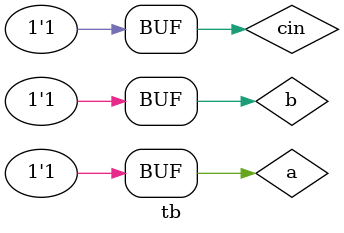
<source format=v>
`timescale 1ns/1ps
`include "fulladder.v"

module tb();
    reg a;
    reg b;
    reg cin;
    wire s;
    wire cout;


    fulladder1b uut(.a(a),.b(b),.cin(cin),.s(s),.cout(cout));

    initial begin
        $dumpfile("dump.vcd");
        $dumpvars(0,tb);

             a=1'b0; b=1'b0; cin=1'b0;
        #10; a=1'b0; b=1'b0; cin=1'b1;
        #10; a=1'b0; b=1'b1; cin=1'b0;
        #10; a=1'b0; b=1'b1; cin=1'b1;

        #10; a=1'b1; b=1'b0; cin=1'b0;
        #10; a=1'b1; b=1'b0; cin=1'b1;
        #10; a=1'b1; b=1'b1; cin=1'b0;
        #10; a=1'b1; b=1'b1; cin=1'b1;
    end

    initial begin
      $monitor("a=%b | b=%b | cin=%b | s=%b | cout=%b", a, b, cin, s, cout);
    end

endmodule
</source>
